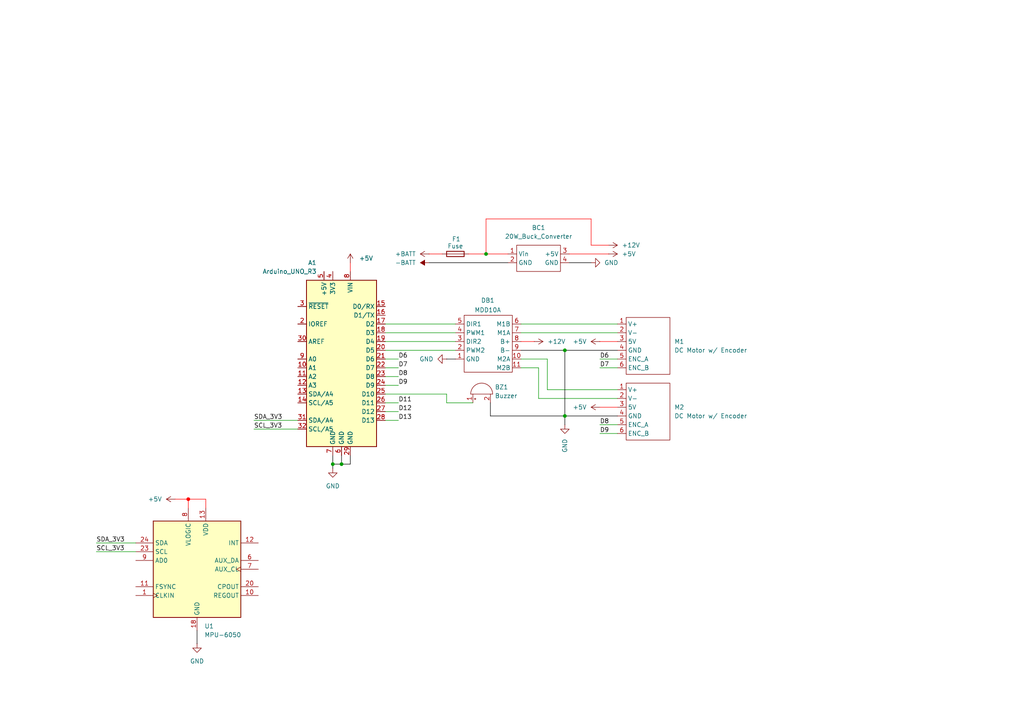
<source format=kicad_sch>
(kicad_sch (version 20250114) (generator "eeschema") (generator_version "9.0")
  (paper "A4")
  (title_block (title "Rover Project") (date "2026-02-03") (rev "V0.1"))
  (lib_symbols
    (symbol "Device:Buzzer" (pin_names (offset 0.0254) (hide yes))
      (property "Reference" "BZ" (at 3.81 1.27 0))
      (property "Value" "Buzzer" (at 3.81 -1.27 0))
      (symbol "Buzzer_0_1"
        (polyline (pts (xy -1.651 1.905) (xy -1.143 1.905)))
        (polyline (pts (xy -1.397 2.159) (xy -1.397 1.651)))
        (arc (start 0 3.175) (mid 3.1612 0) (end 0 -3.175))
        (polyline (pts (xy 0 3.175) (xy 0 -3.175)))
      )
      (symbol "Buzzer_1_1"
        (pin passive line (at -2.54 2.54 0) (length 2.54) (name "+") (number "1"))
        (pin passive line (at -2.54 -2.54 0) (length 2.54) (name "-") (number "2"))
      )
    )
    (symbol "Device:Fuse" (pin_numbers (hide yes)) (pin_names (offset 0))
      (property "Reference" "F" (at 2.032 0 90))
      (property "Value" "Fuse" (at -1.905 0 90))
      (symbol "Fuse_0_1"
        (rectangle (start -0.762 -2.54) (end 0.762 2.54) (stroke (width 0.254)))
        (polyline (pts (xy 0 2.54) (xy 0 -2.54)))
      )
      (symbol "Fuse_1_1"
        (pin passive line (at 0 3.81 270) (length 1.27) (name "~") (number "1"))
        (pin passive line (at 0 -3.81 90) (length 1.27) (name "~") (number "2"))
      )
    )
    (symbol "MCU_Module:Arduino_UNO_R3"
      (property "Reference" "A" (at -10.16 23.495 0))
      (property "Value" "Arduino_UNO_R3" (at 5.08 -26.67 0))
      (symbol "Arduino_UNO_R3_0_1"
        (rectangle (start -10.16 22.86) (end 10.16 -25.4) (stroke (width 0.254)) (fill (type background)))
      )
      (symbol "Arduino_UNO_R3_1_1"
        (pin bidirectional line (at -12.7 15.24 0) (length 2.54) (name "D0/RX") (number "15"))
        (pin bidirectional line (at -12.7 12.7 0) (length 2.54) (name "D1/TX") (number "16"))
        (pin bidirectional line (at -12.7 10.16 0) (length 2.54) (name "D2") (number "17"))
        (pin bidirectional line (at -12.7 7.62 0) (length 2.54) (name "D3") (number "18"))
        (pin bidirectional line (at -12.7 5.08 0) (length 2.54) (name "D4") (number "19"))
        (pin bidirectional line (at -12.7 2.54 0) (length 2.54) (name "D5") (number "20"))
        (pin bidirectional line (at -12.7 0 0) (length 2.54) (name "D6") (number "21"))
        (pin bidirectional line (at -12.7 -2.54 0) (length 2.54) (name "D7") (number "22"))
        (pin bidirectional line (at -12.7 -5.08 0) (length 2.54) (name "D8") (number "23"))
        (pin bidirectional line (at -12.7 -7.62 0) (length 2.54) (name "D9") (number "24"))
        (pin bidirectional line (at -12.7 -10.16 0) (length 2.54) (name "D10") (number "25"))
        (pin bidirectional line (at -12.7 -12.7 0) (length 2.54) (name "D11") (number "26"))
        (pin bidirectional line (at -12.7 -15.24 0) (length 2.54) (name "D12") (number "27"))
        (pin bidirectional line (at -12.7 -17.78 0) (length 2.54) (name "D13") (number "28"))
        (pin no_connect line (at -10.16 -20.32 0) (length 2.54) (hide yes) (name "NC") (number "1"))
        (pin power_in line (at -2.54 25.4 270) (length 2.54) (name "VIN") (number "8"))
        (pin power_in line (at -2.54 -27.94 90) (length 2.54) (name "GND") (number "29"))
        (pin power_in line (at 0 -27.94 90) (length 2.54) (name "GND") (number "6"))
        (pin power_out line (at 2.54 25.4 270) (length 2.54) (name "3V3") (number "4"))
        (pin power_in line (at 2.54 -27.94 90) (length 2.54) (name "GND") (number "7"))
        (pin power_out line (at 5.08 25.4 270) (length 2.54) (name "+5V") (number "5"))
        (pin input line (at 12.7 15.24 180) (length 2.54) (name "~{RESET}") (number "3"))
        (pin output line (at 12.7 10.16 180) (length 2.54) (name "IOREF") (number "2"))
        (pin input line (at 12.7 5.08 180) (length 2.54) (name "AREF") (number "30"))
        (pin bidirectional line (at 12.7 0 180) (length 2.54) (name "A0") (number "9"))
        (pin bidirectional line (at 12.7 -2.54 180) (length 2.54) (name "A1") (number "10"))
        (pin bidirectional line (at 12.7 -5.08 180) (length 2.54) (name "A2") (number "11"))
        (pin bidirectional line (at 12.7 -7.62 180) (length 2.54) (name "A3") (number "12"))
        (pin bidirectional line (at 12.7 -10.16 180) (length 2.54) (name "SDA/A4") (number "13"))
        (pin bidirectional line (at 12.7 -12.7 180) (length 2.54) (name "SCL/A5") (number "14"))
        (pin bidirectional line (at 12.7 -17.78 180) (length 2.54) (name "SDA/A4") (number "31"))
        (pin bidirectional line (at 12.7 -20.32 180) (length 2.54) (name "SCL/A5") (number "32"))
      )
    )
    (symbol "Sensor_Motion:MPU-6050"
      (property "Reference" "U" (at -11.43 13.97 0))
      (property "Value" "MPU-6050" (at 7.62 -15.24 0))
      (symbol "MPU-6050_0_1"
        (rectangle (start -12.7 13.97) (end 12.7 -13.97) (stroke (width 0.254)) (fill (type background)))
      )
      (symbol "MPU-6050_1_1"
        (pin bidirectional line (at -17.78 7.62 0) (length 5.08) (name "SDA") (number "24"))
        (pin input line (at -17.78 5.08 0) (length 5.08) (name "SCL") (number "23"))
        (pin input line (at -17.78 2.54 0) (length 5.08) (name "AD0") (number "9"))
        (pin input line (at -17.78 -5.08 0) (length 5.08) (name "FSYNC") (number "11"))
        (pin input clock (at -17.78 -7.62 0) (length 5.08) (name "CLKIN") (number "1"))
        (pin no_connect line (at -12.7 12.7 0) (length 2.54) (hide yes) (name "NC") (number "2"))
        (pin no_connect line (at -12.7 10.16 0) (length 2.54) (hide yes) (name "NC") (number "3"))
        (pin no_connect line (at -12.7 0 0) (length 2.54) (hide yes) (name "NC") (number "4"))
        (pin no_connect line (at -12.7 -2.54 0) (length 2.54) (hide yes) (name "NC") (number "5"))
        (pin no_connect line (at -12.7 -10.16 0) (length 2.54) (hide yes) (name "NC") (number "14"))
        (pin power_in line (at -2.54 17.78 270) (length 3.81) (name "VLOGIC") (number "8"))
        (pin power_in line (at 0 -17.78 90) (length 3.81) (name "GND") (number "18"))
        (pin power_in line (at 2.54 17.78 270) (length 3.81) (name "VDD") (number "13"))
        (pin no_connect line (at 12.7 12.7 180) (length 2.54) (hide yes) (name "NC") (number "15"))
        (pin no_connect line (at 12.7 10.16 180) (length 2.54) (hide yes) (name "NC") (number "16"))
        (pin no_connect line (at 12.7 5.08 180) (length 2.54) (hide yes) (name "NC") (number "17"))
        (pin no_connect line (at 12.7 -2.54 180) (length 2.54) (hide yes) (name "RESV") (number "21"))
        (pin no_connect line (at 12.7 -10.16 180) (length 2.54) (hide yes) (name "RESV") (number "19"))
        (pin no_connect line (at 12.7 -12.7 180) (length 2.54) (hide yes) (name "RESV") (number "22"))
        (pin output line (at 17.78 7.62 180) (length 5.08) (name "INT") (number "12"))
        (pin bidirectional line (at 17.78 2.54 180) (length 5.08) (name "AUX_DA") (number "6"))
        (pin output clock (at 17.78 0 180) (length 5.08) (name "AUX_CL") (number "7"))
        (pin passive line (at 17.78 -5.08 180) (length 5.08) (name "CPOUT") (number "20"))
        (pin passive line (at 17.78 -7.62 180) (length 5.08) (name "REGOUT") (number "10"))
      )
    )
    (symbol "power:+12V" (power) (pin_numbers (hide yes)) (pin_names (offset 0) (hide yes))
      (property "Value" "+12V" (at 0 3.556 0))
      (symbol "+12V_0_1"
        (polyline (pts (xy -0.762 1.27) (xy 0 2.54)))
        (polyline (pts (xy 0 2.54) (xy 0.762 1.27)))
        (polyline (pts (xy 0 0) (xy 0 2.54)))
      )
      (symbol "+12V_1_1"
        (pin power_in line (at 0 0 90) (length 0) (name "~") (number "1"))
      )
    )
    (symbol "power:+5V" (power) (pin_numbers (hide yes)) (pin_names (offset 0) (hide yes))
      (property "Value" "+5V" (at 0 3.556 0))
      (symbol "+5V_0_1"
        (polyline (pts (xy -0.762 1.27) (xy 0 2.54)))
        (polyline (pts (xy 0 2.54) (xy 0.762 1.27)))
        (polyline (pts (xy 0 0) (xy 0 2.54)))
      )
      (symbol "+5V_1_1"
        (pin power_in line (at 0 0 90) (length 0) (name "~") (number "1"))
      )
    )
    (symbol "power:+BATT" (power) (pin_numbers (hide yes)) (pin_names (offset 0) (hide yes))
      (property "Value" "+BATT" (at 0 3.556 0))
      (symbol "+BATT_0_1"
        (polyline (pts (xy -0.762 1.27) (xy 0 2.54)))
        (polyline (pts (xy 0 2.54) (xy 0.762 1.27)))
        (polyline (pts (xy 0 0) (xy 0 2.54)))
      )
      (symbol "+BATT_1_1"
        (pin power_in line (at 0 0 90) (length 0) (name "~") (number "1"))
      )
    )
    (symbol "power:-BATT" (power) (pin_numbers (hide yes)) (pin_names (offset 0) (hide yes))
      (property "Value" "-BATT" (at 0 3.556 0))
      (symbol "-BATT_0_1"
        (polyline (pts (xy 0 0) (xy 0 2.54)))
        (polyline (pts (xy 0.762 1.27) (xy -0.762 1.27) (xy 0 2.54) (xy 0.762 1.27)) (fill (type outline)))
      )
      (symbol "-BATT_1_1"
        (pin power_in line (at 0 0 90) (length 0) (name "~") (number "1"))
      )
    )
    (symbol "power:GND" (power) (pin_numbers (hide yes)) (pin_names (offset 0) (hide yes))
      (property "Value" "GND" (at 0 -3.81 0))
      (symbol "GND_0_1"
        (polyline (pts (xy 0 0) (xy 0 -1.27) (xy 1.27 -1.27) (xy 0 -2.54) (xy -1.27 -1.27) (xy 0 -1.27)))
      )
      (symbol "GND_1_1"
        (pin power_in line (at 0 0 270) (length 0) (name "~") (number "1"))
      )
    )
    (symbol "roverProjectLib:12V_DC_Motor_Hall"
      (property "Reference" "M1" (at 0 9.906 0))
      (property "Value" "DC Motor w/ Encoder" (at 0 -10.16 0))
      (symbol "12V_DC_Motor_Hall_0_1"
        (rectangle (start -6.35 8.255) (end 6.35 -8.255))
      )
      (symbol "12V_DC_Motor_Hall_1_1"
        (pin power_in line (at -8.89 6.35 0) (length 2.54) (name "V+") (number "1"))
        (pin power_in line (at -8.89 3.81 0) (length 2.54) (name "V-") (number "2"))
        (pin power_in line (at -8.89 1.27 0) (length 2.54) (name "5V") (number "3"))
        (pin power_in line (at -8.89 -1.27 0) (length 2.54) (name "GND") (number "4"))
        (pin output line (at -8.89 -3.81 0) (length 2.54) (name "ENC_A") (number "5"))
        (pin output line (at -8.89 -6.35 0) (length 2.54) (name "ENC_B") (number "6"))
      )
    )
    (symbol "roverProjectLib:20W_Buck_Converter"
      (property "Reference" "BC" (at 0 5.842 0))
      (property "Value" "20W_Buck_Converter" (at 0 -5.842 0))
      (symbol "20W_Buck_Converter_0_1"
        (rectangle (start 6.35 3.81) (end -6.35 -3.81))
      )
      (symbol "20W_Buck_Converter_1_1"
        (pin power_in line (at -8.89 1.27 0) (length 2.54) (name "Vin") (number "1"))
        (pin power_out line (at -8.89 -1.27 0) (length 2.54) (name "GND") (number "2"))
        (pin power_out line (at 8.89 1.27 180) (length 2.54) (name "+5V") (number "3"))
        (pin power_out line (at 8.89 -1.27 180) (length 2.54) (name "GND") (number "4"))
      )
    )
    (symbol "roverProjectLib:MDD10A"
      (property "Reference" "DB1" (at -0.508 11.176 0))
      (property "Value" "MDD10A" (at -0.508 8.89 0))
      (symbol "MDD10A_0_1"
        (rectangle (start -7.62 7.62) (end 6.35 -8.89))
      )
      (symbol "MDD10A_1_1"
        (pin power_out line (at -10.16 5.08 0) (length 2.54) (name "M1B") (number "6"))
        (pin power_out line (at -10.16 2.54 0) (length 2.54) (name "M1A") (number "7"))
        (pin power_in line (at -10.16 0 0) (length 2.54) (name "B+") (number "8"))
        (pin power_in line (at -10.16 -2.54 0) (length 2.54) (name "B-") (number "9"))
        (pin power_out line (at -10.16 -5.08 0) (length 2.54) (name "M2A") (number "10"))
        (pin power_out line (at -10.16 -7.62 0) (length 2.54) (name "M2B") (number "11"))
        (pin input line (at 8.89 5.08 180) (length 2.54) (name "DIR1") (number "5"))
        (pin input line (at 8.89 2.54 180) (length 2.54) (name "PWM1") (number "4"))
        (pin input line (at 8.89 0 180) (length 2.54) (name "DIR2") (number "3"))
        (pin input line (at 8.89 -2.54 180) (length 2.54) (name "PWM2") (number "2"))
        (pin power_in line (at 8.89 -5.08 180) (length 2.54) (name "GND") (number "1"))
      )
    )
  )
  (junction (at 163.83 120.65))
  (junction (at 140.97 73.66))
  (junction (at 54.61 144.78) (color 255 0 0 1))
  (junction (at 163.83 101.6))
  (junction (at 96.52 134.62))
  (junction (at 99.06 134.62))
  (wire (pts (xy 96.52 134.62) (xy 96.52 135.89)) (stroke (width 0) (color 0 0 0 1)))
  (wire (pts (xy 99.06 134.62) (xy 101.6 134.62)) (stroke (width 0) (color 0 0 0 1)))
  (wire (pts (xy 173.99 104.14) (xy 179.07 104.14)))
  (wire (pts (xy 96.52 134.62) (xy 99.06 134.62)) (stroke (width 0) (color 0 0 0 1)))
  (wire (pts (xy 27.94 157.48) (xy 39.37 157.48)))
  (wire (pts (xy 156.21 115.57) (xy 156.21 106.68)))
  (wire (pts (xy 171.45 71.12) (xy 176.53 71.12)) (stroke (width 0) (color 255 0 0 1)))
  (wire (pts (xy 99.06 132.08) (xy 99.06 134.62)) (stroke (width 0) (color 0 0 0 1)))
  (wire (pts (xy 111.76 114.3) (xy 129.54 114.3)))
  (wire (pts (xy 129.54 114.3) (xy 129.54 116.84)))
  (wire (pts (xy 142.24 116.84) (xy 142.24 120.65)) (stroke (width 0) (color 0 0 0 1)))
  (wire (pts (xy 111.76 121.92) (xy 115.57 121.92)))
  (wire (pts (xy 111.76 109.22) (xy 115.57 109.22)))
  (wire (pts (xy 173.99 99.06) (xy 179.07 99.06)) (stroke (width 0) (color 255 0 0 1)))
  (wire (pts (xy 101.6 76.2) (xy 101.6 78.74)) (stroke (width 0) (color 255 0 0 1)))
  (wire (pts (xy 111.76 104.14) (xy 115.57 104.14)))
  (wire (pts (xy 163.83 101.6) (xy 179.07 101.6)) (stroke (width 0) (color 0 0 0 1)))
  (wire (pts (xy 73.66 121.92) (xy 86.36 121.92)))
  (wire (pts (xy 156.21 106.68) (xy 151.13 106.68)))
  (wire (pts (xy 27.94 160.02) (xy 39.37 160.02)))
  (wire (pts (xy 111.76 116.84) (xy 115.57 116.84)))
  (wire (pts (xy 173.99 125.73) (xy 179.07 125.73)))
  (wire (pts (xy 140.97 63.5) (xy 171.45 63.5)) (stroke (width 0) (color 255 0 0 1)))
  (wire (pts (xy 111.76 99.06) (xy 132.08 99.06)))
  (wire (pts (xy 54.61 147.32) (xy 54.61 144.78)) (stroke (width 0) (color 255 0 0 1)))
  (wire (pts (xy 151.13 93.98) (xy 179.07 93.98)))
  (wire (pts (xy 140.97 73.66) (xy 147.32 73.66)) (stroke (width 0) (color 255 0 0 1)))
  (wire (pts (xy 59.69 144.78) (xy 54.61 144.78)) (stroke (width 0) (color 255 0 0 1)))
  (wire (pts (xy 140.97 63.5) (xy 140.97 73.66)) (stroke (width 0) (color 255 0 0 1)))
  (wire (pts (xy 163.83 123.19) (xy 163.83 120.65)) (stroke (width 0) (color 0 0 0 1)))
  (wire (pts (xy 173.99 106.68) (xy 179.07 106.68)))
  (wire (pts (xy 151.13 101.6) (xy 163.83 101.6)) (stroke (width 0) (color 0 0 0 1)))
  (wire (pts (xy 57.15 182.88) (xy 57.15 186.69)) (stroke (width 0) (color 0 0 0 1)))
  (wire (pts (xy 111.76 93.98) (xy 132.08 93.98)))
  (wire (pts (xy 59.69 147.32) (xy 59.69 144.78)) (stroke (width 0) (color 255 0 0 1)))
  (wire (pts (xy 111.76 111.76) (xy 115.57 111.76)))
  (wire (pts (xy 151.13 99.06) (xy 154.94 99.06)) (stroke (width 0) (color 255 0 0 1)))
  (wire (pts (xy 54.61 144.78) (xy 50.8 144.78)) (stroke (width 0) (color 255 0 0 1)))
  (wire (pts (xy 111.76 119.38) (xy 115.57 119.38)))
  (wire (pts (xy 171.45 63.5) (xy 171.45 71.12)) (stroke (width 0) (color 255 0 0 1)))
  (wire (pts (xy 135.89 73.66) (xy 140.97 73.66)) (stroke (width 0) (color 255 0 0 1)))
  (wire (pts (xy 124.46 73.66) (xy 128.27 73.66)) (stroke (width 0) (color 255 0 0 1)))
  (wire (pts (xy 73.66 124.46) (xy 86.36 124.46)))
  (wire (pts (xy 165.1 76.2) (xy 171.45 76.2)) (stroke (width 0) (color 0 0 0 1)))
  (wire (pts (xy 142.24 120.65) (xy 163.83 120.65)) (stroke (width 0) (color 0 0 0 1)))
  (wire (pts (xy 158.75 113.03) (xy 179.07 113.03)))
  (wire (pts (xy 179.07 115.57) (xy 156.21 115.57)))
  (wire (pts (xy 124.46 76.2) (xy 147.32 76.2)) (stroke (width 0) (color 0 0 0 1)))
  (wire (pts (xy 111.76 101.6) (xy 132.08 101.6)))
  (wire (pts (xy 151.13 96.52) (xy 179.07 96.52)))
  (wire (pts (xy 101.6 132.08) (xy 101.6 134.62)) (stroke (width 0) (color 0 0 0 1)))
  (wire (pts (xy 96.52 132.08) (xy 96.52 134.62)) (stroke (width 0) (color 0 0 0 1)))
  (wire (pts (xy 163.83 120.65) (xy 179.07 120.65)) (stroke (width 0) (color 0 0 0 1)))
  (wire (pts (xy 129.54 104.14) (xy 132.08 104.14)) (stroke (width 0) (color 0 0 0 1)))
  (wire (pts (xy 111.76 106.68) (xy 115.57 106.68)))
  (wire (pts (xy 111.76 96.52) (xy 132.08 96.52)))
  (wire (pts (xy 158.75 104.14) (xy 158.75 113.03)))
  (wire (pts (xy 163.83 101.6) (xy 163.83 120.65)) (stroke (width 0) (color 0 0 0 1)))
  (wire (pts (xy 165.1 73.66) (xy 176.53 73.66)) (stroke (width 0) (color 255 0 0 1)))
  (wire (pts (xy 151.13 104.14) (xy 158.75 104.14)))
  (wire (pts (xy 173.99 118.11) (xy 179.07 118.11)) (stroke (width 0) (color 255 0 0 1)))
  (wire (pts (xy 129.54 116.84) (xy 137.16 116.84)))
  (wire (pts (xy 173.99 123.19) (xy 179.07 123.19)))
  (label "D13" (at 115.57 121.92 0))
  (label "D6" (at 173.99 104.14 0))
  (label "D8" (at 115.57 109.22 0))
  (label "D11" (at 115.57 116.84 0))
  (label "D7" (at 173.99 106.68 0))
  (label "SCL_3V3" (at 27.94 160.02 0))
  (label "D9" (at 173.99 125.73 0))
  (label "D7" (at 115.57 106.68 0))
  (label "SDA_3V3" (at 73.66 121.92 0))
  (label "D6" (at 115.57 104.14 0))
  (label "D8" (at 173.99 123.19 0))
  (label "SDA_3V3" (at 27.94 157.48 0))
  (label "D9" (at 115.57 111.76 0))
  (label "SCL_3V3" (at 73.66 124.46 0))
  (label "D12" (at 115.57 119.38 0))
  (symbol (lib_id "power:+BATT") (at 124.46 73.66 90) (unit 1)
    (property "Reference" "#PWR06" (effects (hide yes)))
    (property "Value" "+BATT" (at 120.65 73.6599 90) (effects (justify left)))
    (property "Description" "Power symbol creates a global label with name \"+BATT\"" (effects (hide yes)))
  )
  (symbol (lib_id "power:+5V") (at 101.6 76.2 0) (unit 1)
    (property "Reference" "#PWR01" (effects (hide yes)))
    (property "Value" "+5V" (at 104.14 74.9299 0) (effects (justify left)))
    (property "Description" "Power symbol creates a global label with name \"+5V\"" (effects (hide yes)))
  )
  (symbol (lib_id "Sensor_Motion:MPU-6050") (at 57.15 165.1 0) (unit 1)
    (property "Reference" "U1" (at 59.2933 181.61 0) (effects (justify left)))
    (property "Value" "MPU-6050" (at 59.2933 184.15 0) (effects (justify left)))
    (property "Footprint" "Sensor_Motion:InvenSense_QFN-24_4x4mm_P0.5mm" (effects (hide yes)))
    (property "Datasheet" "https://invensense.tdk.com/wp-content/uploads/2015/02/MPU-6000-Datasheet1.pdf" (effects (hide yes)))
    (property "Description" "InvenSense 6-Axis Motion Sensor, Gyroscope, Accelerometer, I2C" (effects (hide yes)))
  )
  (symbol (lib_id "power:+5V") (at 176.53 73.66 270) (unit 1)
    (property "Reference" "#PWR09" (effects (hide yes)))
    (property "Value" "+5V" (at 180.34 73.6599 90) (effects (justify left)))
    (property "Description" "Power symbol creates a global label with name \"+5V\"" (effects (hide yes)))
  )
  (symbol (lib_id "roverProjectLib:12V_DC_Motor_Hall") (at 187.96 119.38 0) (unit 1)
    (property "Reference" "M2" (at 195.58 118.1099 0) (effects (justify left)))
    (property "Value" "DC Motor w/ Encoder" (at 195.58 120.6499 0) (effects (justify left)))
    (property "Datasheet" "https://wiki.dfrobot.com/12V_DC_Motor_251rpm_w_Encoder__SKU__FIT0186_" (effects (hide yes)))
    (property "Description" "12V 251RPM DC motor with 700CPR encoder" (effects (hide yes)))
  )
  (symbol (lib_id "power:+12V") (at 154.94 99.06 270) (unit 1)
    (property "Reference" "#PWR02" (effects (hide yes)))
    (property "Value" "+12V" (at 158.75 99.0599 90) (effects (justify left)))
    (property "Description" "Power symbol creates a global label with name \"+12V\"" (effects (hide yes)))
  )
  (symbol (lib_id "roverProjectLib:12V_DC_Motor_Hall") (at 187.96 100.33 0) (unit 1)
    (property "Reference" "M1" (at 195.58 99.0599 0) (effects (justify left)))
    (property "Value" "DC Motor w/ Encoder" (at 195.58 101.5999 0) (effects (justify left)))
    (property "Datasheet" "https://wiki.dfrobot.com/12V_DC_Motor_251rpm_w_Encoder__SKU__FIT0186_" (effects (hide yes)))
    (property "Description" "12V 251RPM DC motor with 700CPR encoder" (effects (hide yes)))
  )
  (symbol (lib_id "Device:Fuse") (at 132.08 73.66 90) (unit 1)
    (property "Reference" "F1" (at 133.604 69.342 90) (effects (justify left)))
    (property "Value" "Fuse" (at 134.366 71.374 90) (effects (justify left)))
    (property "Description" "Fuse" (effects (hide yes)))
  )
  (symbol (lib_id "power:GND") (at 163.83 123.19 0) (unit 1)
    (property "Reference" "#PWR0101" (effects (hide yes)))
    (property "Value" "GND" (at 163.83 129.286 90))
    (property "Description" "Power symbol creates a global label with name \"GND\" , ground" (effects (hide yes)))
  )
  (symbol (lib_id "power:+5V") (at 173.99 99.06 90) (unit 1)
    (property "Reference" "#PWR05" (effects (hide yes)))
    (property "Value" "+5V" (at 170.18 99.0599 90) (effects (justify left)))
    (property "Description" "Power symbol creates a global label with name \"+5V\"" (effects (hide yes)))
  )
  (symbol (lib_id "power:GND") (at 96.52 135.89 0) (unit 1)
    (property "Reference" "#PWR03" (effects (hide yes)))
    (property "Value" "GND" (at 96.52 140.97 0))
    (property "Description" "Power symbol creates a global label with name \"GND\" , ground" (effects (hide yes)))
  )
  (symbol (lib_id "MCU_Module:Arduino_UNO_R3") (at 99.06 104.14 0) (mirror y) (unit 1)
    (property "Reference" "A1" (at 91.8367 76.2 0) (effects (justify left)))
    (property "Value" "Arduino_UNO_R3" (at 91.8367 78.74 0) (effects (justify left)))
    (property "Footprint" "Module:Arduino_UNO_R3" (effects (hide yes)))
    (property "Datasheet" "https://www.arduino.cc/en/Main/arduinoBoardUno" (effects (hide yes)))
    (property "Description" "Arduino UNO Microcontroller Module, release 3" (effects (hide yes)))
  )
  (symbol (lib_id "roverProjectLib:MDD10A") (at 140.97 99.06 0) (mirror y) (unit 1)
    (property "Reference" "DB1" (at 141.478 87.122 0))
    (property "Value" "MDD10A" (at 141.478 89.916 0))
    (property "Footprint" "roverProjectLib:Motor_Driver_MDD10A" (effects (hide yes)))
    (property "Datasheet" "https://docs.google.com/document/d/1ol8nICCTTw5dAHHE_hju08cCVH2GN5_Y3cGC6B4Gbas/edit?tab=t.0" (effects (hide yes)))
    (property "Description" "Cytron MDD10A motor driver board" (effects (hide yes)))
  )
  (symbol (lib_id "roverProjectLib:20W_Buck_Converter") (at 156.21 74.93 0) (unit 1)
    (property "Reference" "BC1" (at 156.21 66.04 0))
    (property "Value" "20W_Buck_Converter" (at 156.21 68.58 0))
    (property "Description" "Adjustable 20W (3A) DC-DC buck converter" (effects (hide yes)))
  )
  (symbol (lib_id "power:-BATT") (at 124.46 76.2 90) (unit 1)
    (property "Reference" "#PWR08" (effects (hide yes)))
    (property "Value" "-BATT" (at 120.65 76.1999 90) (effects (justify left)))
    (property "Description" "Power symbol creates a global label with name \"-BATT\"" (effects (hide yes)))
  )
  (symbol (lib_id "power:+5V") (at 173.99 118.11 90) (unit 1)
    (property "Reference" "#PWR011" (effects (hide yes)))
    (property "Value" "+5V" (at 170.18 118.1099 90) (effects (justify left)))
    (property "Description" "Power symbol creates a global label with name \"+5V\"" (effects (hide yes)))
  )
  (symbol (lib_id "power:GND") (at 171.45 76.2 90) (unit 1)
    (property "Reference" "#PWR010" (effects (hide yes)))
    (property "Value" "GND" (at 175.26 76.1999 90) (effects (justify right)))
    (property "Description" "Power symbol creates a global label with name \"GND\" , ground" (effects (hide yes)))
  )
  (symbol (lib_id "power:GND") (at 129.54 104.14 270) (unit 1)
    (property "Reference" "#PWR07" (effects (hide yes)))
    (property "Value" "GND" (at 125.73 104.1399 90) (effects (justify right)))
    (property "Description" "Power symbol creates a global label with name \"GND\" , ground" (effects (hide yes)))
  )
  (symbol (lib_id "power:+5V") (at 50.8 144.78 90) (unit 1)
    (property "Reference" "#PWR013" (effects (hide yes)))
    (property "Value" "+5V" (at 46.99 144.7799 90) (effects (justify left)))
    (property "Description" "Power symbol creates a global label with name \"+5V\"" (effects (hide yes)))
  )
  (symbol (lib_id "power:+12V") (at 176.53 71.12 270) (unit 1)
    (property "Reference" "#PWR04" (effects (hide yes)))
    (property "Value" "+12V" (at 180.34 71.1199 90) (effects (justify left)))
    (property "Description" "Power symbol creates a global label with name \"+12V\"" (effects (hide yes)))
  )
  (symbol (lib_id "power:GND") (at 57.15 186.69 0) (unit 1)
    (property "Reference" "#PWR012" (effects (hide yes)))
    (property "Value" "GND" (at 57.15 191.77 0))
    (property "Description" "Power symbol creates a global label with name \"GND\" , ground" (effects (hide yes)))
  )
  (symbol (lib_id "Device:Buzzer") (at 139.7 114.3 90) (unit 1)
    (property "Reference" "BZ1" (at 143.51 112.2748 90) (effects (justify right)))
    (property "Value" "Buzzer" (at 143.51 114.8148 90) (effects (justify right)))
    (property "Description" "Buzzer, polarized" (effects (hide yes)))
  )
)
</source>
